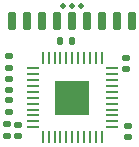
<source format=gbr>
%TF.GenerationSoftware,KiCad,Pcbnew,(6.0.8)*%
%TF.CreationDate,2022-12-19T21:27:52+01:00*%
%TF.ProjectId,Genna,47656e6e-612e-46b6-9963-61645f706362,rev?*%
%TF.SameCoordinates,Original*%
%TF.FileFunction,Soldermask,Bot*%
%TF.FilePolarity,Negative*%
%FSLAX46Y46*%
G04 Gerber Fmt 4.6, Leading zero omitted, Abs format (unit mm)*
G04 Created by KiCad (PCBNEW (6.0.8)) date 2022-12-19 21:27:52*
%MOMM*%
%LPD*%
G01*
G04 APERTURE LIST*
G04 Aperture macros list*
%AMRoundRect*
0 Rectangle with rounded corners*
0 $1 Rounding radius*
0 $2 $3 $4 $5 $6 $7 $8 $9 X,Y pos of 4 corners*
0 Add a 4 corners polygon primitive as box body*
4,1,4,$2,$3,$4,$5,$6,$7,$8,$9,$2,$3,0*
0 Add four circle primitives for the rounded corners*
1,1,$1+$1,$2,$3*
1,1,$1+$1,$4,$5*
1,1,$1+$1,$6,$7*
1,1,$1+$1,$8,$9*
0 Add four rect primitives between the rounded corners*
20,1,$1+$1,$2,$3,$4,$5,0*
20,1,$1+$1,$4,$5,$6,$7,0*
20,1,$1+$1,$6,$7,$8,$9,0*
20,1,$1+$1,$8,$9,$2,$3,0*%
G04 Aperture macros list end*
%ADD10C,0.500000*%
%ADD11RoundRect,0.135000X0.185000X-0.135000X0.185000X0.135000X-0.185000X0.135000X-0.185000X-0.135000X0*%
%ADD12RoundRect,0.135000X-0.185000X0.135000X-0.185000X-0.135000X0.185000X-0.135000X0.185000X0.135000X0*%
%ADD13RoundRect,0.140000X0.140000X0.170000X-0.140000X0.170000X-0.140000X-0.170000X0.140000X-0.170000X0*%
%ADD14RoundRect,0.062500X-0.475000X-0.062500X0.475000X-0.062500X0.475000X0.062500X-0.475000X0.062500X0*%
%ADD15RoundRect,0.062500X-0.062500X-0.475000X0.062500X-0.475000X0.062500X0.475000X-0.062500X0.475000X0*%
%ADD16R,3.000000X3.000000*%
%ADD17RoundRect,0.140000X-0.170000X0.140000X-0.170000X-0.140000X0.170000X-0.140000X0.170000X0.140000X0*%
%ADD18RoundRect,0.187500X-0.187500X0.562500X-0.187500X-0.562500X0.187500X-0.562500X0.187500X0.562500X0*%
%ADD19RoundRect,0.140000X0.170000X-0.140000X0.170000X0.140000X-0.170000X0.140000X-0.170000X-0.140000X0*%
G04 APERTURE END LIST*
D10*
%TO.C,REF\u002A\u002A*%
X134400000Y-73600000D03*
X135150000Y-73600000D03*
X133650000Y-73600000D03*
%TD*%
D11*
%TO.C,R2*%
X129060000Y-82600000D03*
X129060000Y-81580000D03*
%TD*%
%TO.C,R3*%
X129080000Y-78880000D03*
X129080000Y-77860000D03*
%TD*%
D12*
%TO.C,R1*%
X128920000Y-83630000D03*
X128920000Y-84650000D03*
%TD*%
D13*
%TO.C,C5*%
X134380000Y-76600000D03*
X133420000Y-76600000D03*
%TD*%
D14*
%TO.C,U1*%
X131097500Y-83875000D03*
X131097500Y-83375000D03*
X131097500Y-82875000D03*
X131097500Y-82375000D03*
X131097500Y-81875000D03*
X131097500Y-81375000D03*
X131097500Y-80875000D03*
X131097500Y-80375000D03*
X131097500Y-79875000D03*
X131097500Y-79375000D03*
X131097500Y-78875000D03*
D15*
X131935000Y-78037500D03*
X132435000Y-78037500D03*
X132935000Y-78037500D03*
X133435000Y-78037500D03*
X133935000Y-78037500D03*
X134435000Y-78037500D03*
X134935000Y-78037500D03*
X135435000Y-78037500D03*
X135935000Y-78037500D03*
X136435000Y-78037500D03*
X136935000Y-78037500D03*
D14*
X137772500Y-78875000D03*
X137772500Y-79375000D03*
X137772500Y-79875000D03*
X137772500Y-80375000D03*
X137772500Y-80875000D03*
X137772500Y-81375000D03*
X137772500Y-81875000D03*
X137772500Y-82375000D03*
X137772500Y-82875000D03*
X137772500Y-83375000D03*
X137772500Y-83875000D03*
D15*
X136935000Y-84712500D03*
X136435000Y-84712500D03*
X135935000Y-84712500D03*
X135435000Y-84712500D03*
X134935000Y-84712500D03*
X134435000Y-84712500D03*
X133935000Y-84712500D03*
X133435000Y-84712500D03*
X132935000Y-84712500D03*
X132435000Y-84712500D03*
X131935000Y-84712500D03*
D16*
X134435000Y-81375000D03*
%TD*%
D17*
%TO.C,C4*%
X139020000Y-78020000D03*
X139020000Y-78980000D03*
%TD*%
D18*
%TO.C,J2*%
X129315000Y-74850000D03*
X130585000Y-74850000D03*
X131855000Y-74850000D03*
X133125000Y-74850000D03*
X134395000Y-74850000D03*
X135665000Y-74850000D03*
X136935000Y-74850000D03*
X138205000Y-74850000D03*
X139475000Y-74850000D03*
%TD*%
D19*
%TO.C,C2*%
X129850000Y-84630000D03*
X129850000Y-83670000D03*
%TD*%
%TO.C,C3*%
X139150000Y-84730000D03*
X139150000Y-83770000D03*
%TD*%
D17*
%TO.C,C1*%
X129070000Y-79770000D03*
X129070000Y-80730000D03*
%TD*%
M02*

</source>
